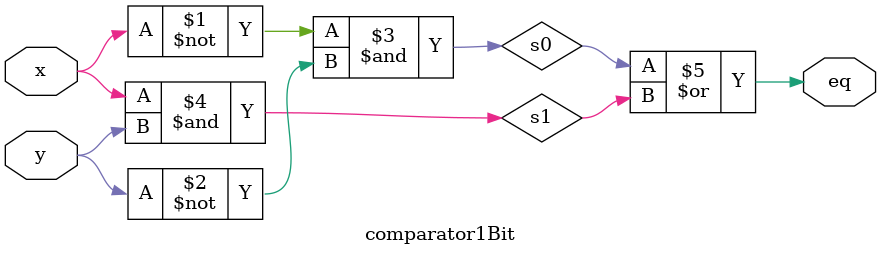
<source format=v>
module comparator1Bit(x,y,eq);
	input wire x,y;
	output wire eq;
	wire s0,s1;
	
	assign s0= ~x & ~y;
	assign s1= x & y;
	assign eq =s0 | s1;

endmodule
</source>
